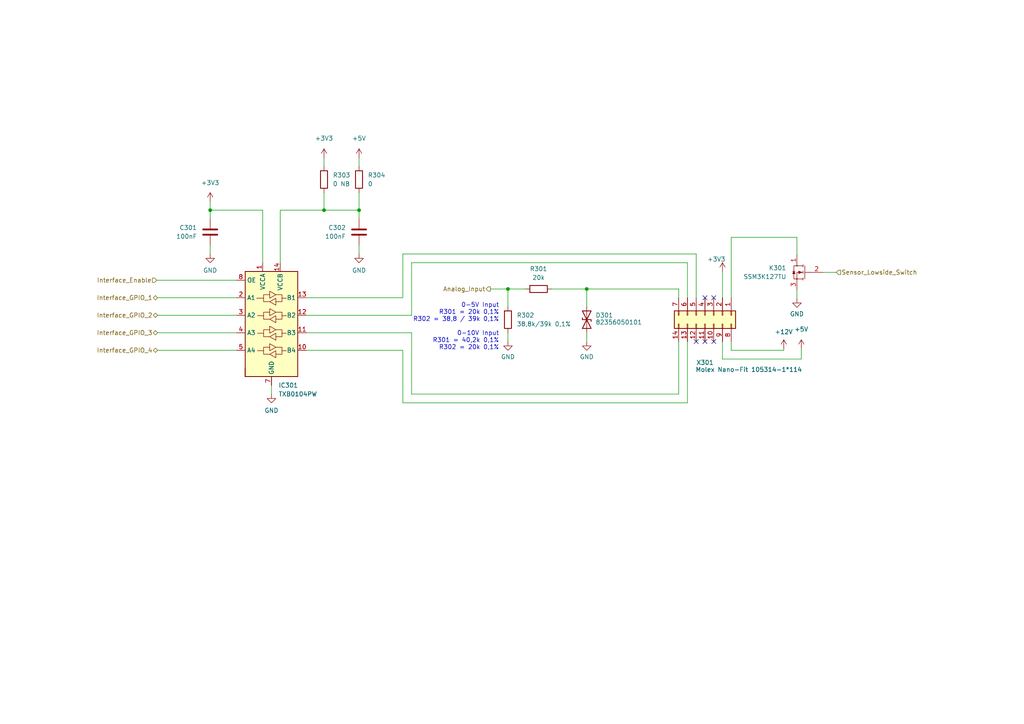
<source format=kicad_sch>
(kicad_sch (version 20211123) (generator eeschema)
  (paper "A4")
  (lib_symbols
    (symbol "Connector_Generic:Conn_02x07_Top_Bottom" (pin_names (offset 1.016) hide)
      (property "Reference" "J" (at 1.27 10.16 0))
      (property "Value" "Conn_02x07_Top_Bottom" (at 1.27 -10.16 0))
      (symbol "Conn_02x07_Top_Bottom_1_1"
        (rectangle (start -1.27 -7.493) (end 0 -7.747) (stroke (width 0.1524)))
        (rectangle (start -1.27 -4.953) (end 0 -5.207) (stroke (width 0.1524)))
        (rectangle (start -1.27 -2.413) (end 0 -2.667) (stroke (width 0.1524)))
        (rectangle (start -1.27 0.127) (end 0 -0.127) (stroke (width 0.1524)))
        (rectangle (start -1.27 2.667) (end 0 2.413) (stroke (width 0.1524)))
        (rectangle (start -1.27 5.207) (end 0 4.953) (stroke (width 0.1524)))
        (rectangle (start -1.27 7.747) (end 0 7.493) (stroke (width 0.1524)))
        (rectangle (start -1.27 8.89) (end 3.81 -8.89) (stroke (width 0.254)) (fill (type background)))
        (rectangle (start 3.81 -7.493) (end 2.54 -7.747) (stroke (width 0.1524)))
        (rectangle (start 3.81 -4.953) (end 2.54 -5.207) (stroke (width 0.1524)))
        (rectangle (start 3.81 -2.413) (end 2.54 -2.667) (stroke (width 0.1524)))
        (rectangle (start 3.81 0.127) (end 2.54 -0.127) (stroke (width 0.1524)))
        (rectangle (start 3.81 2.667) (end 2.54 2.413) (stroke (width 0.1524)))
        (rectangle (start 3.81 5.207) (end 2.54 4.953) (stroke (width 0.1524)))
        (rectangle (start 3.81 7.747) (end 2.54 7.493) (stroke (width 0.1524)))
        (pin passive line (at -5.08 7.62 0) (length 3.81) (name "Pin_1") (number "1"))
        (pin passive line (at 7.62 2.54 180) (length 3.81) (name "Pin_10") (number "10"))
        (pin passive line (at 7.62 0 180) (length 3.81) (name "Pin_11") (number "11"))
        (pin passive line (at 7.62 -2.54 180) (length 3.81) (name "Pin_12") (number "12"))
        (pin passive line (at 7.62 -5.08 180) (length 3.81) (name "Pin_13") (number "13"))
        (pin passive line (at 7.62 -7.62 180) (length 3.81) (name "Pin_14") (number "14"))
        (pin passive line (at -5.08 5.08 0) (length 3.81) (name "Pin_2") (number "2"))
        (pin passive line (at -5.08 2.54 0) (length 3.81) (name "Pin_3") (number "3"))
        (pin passive line (at -5.08 0 0) (length 3.81) (name "Pin_4") (number "4"))
        (pin passive line (at -5.08 -2.54 0) (length 3.81) (name "Pin_5") (number "5"))
        (pin passive line (at -5.08 -5.08 0) (length 3.81) (name "Pin_6") (number "6"))
        (pin passive line (at -5.08 -7.62 0) (length 3.81) (name "Pin_7") (number "7"))
        (pin passive line (at 7.62 7.62 180) (length 3.81) (name "Pin_8") (number "8"))
        (pin passive line (at 7.62 5.08 180) (length 3.81) (name "Pin_9") (number "9"))
      )
    )
    (symbol "Device:C" (pin_numbers hide) (pin_names (offset 0.254))
      (property "Reference" "C" (at 0.635 2.54 0))
      (property "Value" "C" (at 0.635 -2.54 0))
      (symbol "C_0_1"
        (polyline (pts (xy -2.032 -0.762) (xy 2.032 -0.762)) (stroke (width 0.508)))
        (polyline (pts (xy -2.032 0.762) (xy 2.032 0.762)) (stroke (width 0.508)))
      )
      (symbol "C_1_1"
        (pin passive line (at 0 3.81 270) (length 2.794) (name "~") (number "1"))
        (pin passive line (at 0 -3.81 90) (length 2.794) (name "~") (number "2"))
      )
    )
    (symbol "Device:D_TVS" (pin_numbers hide) (pin_names (offset 1.016) hide)
      (property "Reference" "D" (at 0 2.54 0))
      (property "Value" "D_TVS" (at 0 -2.54 0))
      (symbol "D_TVS_0_1"
        (polyline (pts (xy 1.27 0) (xy -1.27 0)))
        (polyline (pts (xy 0.508 1.27) (xy 0 1.27) (xy 0 -1.27) (xy -0.508 -1.27)) (stroke (width 0.254)))
        (polyline (pts (xy -2.54 1.27) (xy -2.54 -1.27) (xy 2.54 1.27) (xy 2.54 -1.27) (xy -2.54 1.27)) (stroke (width 0.254)))
      )
      (symbol "D_TVS_1_1"
        (pin passive line (at -3.81 0 0) (length 2.54) (name "A1") (number "1"))
        (pin passive line (at 3.81 0 180) (length 2.54) (name "A2") (number "2"))
      )
    )
    (symbol "Device:R" (pin_numbers hide) (pin_names (offset 0))
      (property "Reference" "R" (at 2.032 0 90))
      (property "Value" "R" (at 0 0 90))
      (symbol "R_0_1"
        (rectangle (start -1.016 -2.54) (end 1.016 2.54) (stroke (width 0.254)))
      )
      (symbol "R_1_1"
        (pin passive line (at 0 3.81 270) (length 1.27) (name "~") (number "1"))
        (pin passive line (at 0 -3.81 90) (length 1.27) (name "~") (number "2"))
      )
    )
    (symbol "HER_Symbole:NMOS_FET"
      (property "Reference" "K" (at 5.461 2.159 0))
      (property "Value" "NMOS_FET" (at 8.255 5.334 0))
      (symbol "NMOS_FET_0_1"
        (circle (center 0 -1.905) (radius 0.127))
        (polyline (pts (xy -3.81 0) (xy -2.286 0)))
        (polyline (pts (xy -2.286 -1.905) (xy -2.286 1.905)))
        (polyline (pts (xy -1.778 -1.524) (xy -1.778 -2.286)))
        (polyline (pts (xy -1.778 0.381) (xy -1.778 -0.381)))
        (polyline (pts (xy -1.778 1.905) (xy 0 1.905)))
        (polyline (pts (xy -1.778 2.286) (xy -1.778 1.524)))
        (polyline (pts (xy 0.508 -0.254) (xy 1.27 -0.254)))
        (polyline (pts (xy -1.778 0) (xy 0 0) (xy 0 2.032)))
        (polyline (pts (xy -1.397 0) (xy -0.508 0.381) (xy -0.508 -0.381) (xy -1.397 0)) (fill (type outline)))
        (polyline (pts (xy 0.889 -0.254) (xy 1.27 0.381) (xy 0.508 0.381) (xy 0.889 -0.254)) (fill (type outline)))
        (polyline (pts (xy -1.778 -1.905) (xy 0.254 -1.905) (xy 0.889 -1.905) (xy 0.889 1.905) (xy 0.254 1.905) (xy 0 1.905)))
        (circle (center 0 1.905) (radius 0.127))
      )
      (symbol "NMOS_FET_1_1"
        (pin passive line (at 0 -5.08 90) (length 3.048) (name "") (number "1"))
        (pin passive line (at -7.62 0 0) (length 3.81) (name "") (number "2"))
        (pin passive line (at 0 5.08 270) (length 3.048) (name "") (number "3"))
      )
    )
    (symbol "Logic_LevelTranslator:TXB0104PW"
      (property "Reference" "U" (at -6.35 16.51 0))
      (property "Value" "TXB0104PW" (at 3.81 16.51 0))
      (symbol "TXB0104PW_0_1"
        (rectangle (start -7.62 -15.24) (end -7.62 -12.7) (stroke (width 0.254)))
        (rectangle (start -7.62 15.24) (end 7.62 -15.24) (stroke (width 0.254)) (fill (type background)))
        (polyline (pts (xy -2.286 -7.747) (xy -2.286 -6.731) (xy -0.508 -6.731)))
        (polyline (pts (xy -2.286 -2.667) (xy -2.286 -1.651) (xy -0.508 -1.651)))
        (polyline (pts (xy -2.286 2.413) (xy -2.286 3.429) (xy -0.508 3.429)))
        (polyline (pts (xy -2.286 7.493) (xy -2.286 8.509) (xy -0.508 8.509)))
        (polyline (pts (xy 3.048 -7.747) (xy 3.048 -8.763) (xy 1.27 -8.763)))
        (polyline (pts (xy 3.048 -2.667) (xy 3.048 -3.683) (xy 1.27 -3.683)))
        (polyline (pts (xy 3.048 2.413) (xy 3.048 1.397) (xy 1.27 1.397)))
        (polyline (pts (xy 3.048 7.493) (xy 3.048 6.477) (xy 1.27 6.477)))
        (polyline (pts (xy -0.508 -8.763) (xy -2.286 -8.763) (xy -2.286 -7.747) (xy -4.064 -7.747)))
        (polyline (pts (xy -0.508 -8.763) (xy 1.27 -7.747) (xy 1.27 -9.779) (xy -0.508 -8.763)))
        (polyline (pts (xy -0.508 -3.683) (xy -2.286 -3.683) (xy -2.286 -2.667) (xy -4.064 -2.667)))
        (polyline (pts (xy -0.508 -3.683) (xy 1.27 -2.667) (xy 1.27 -4.699) (xy -0.508 -3.683)))
        (polyline (pts (xy -0.508 1.397) (xy -2.286 1.397) (xy -2.286 2.413) (xy -4.064 2.413)))
        (polyline (pts (xy -0.508 1.397) (xy 1.27 2.413) (xy 1.27 0.381) (xy -0.508 1.397)))
        (polyline (pts (xy -0.508 6.477) (xy -2.286 6.477) (xy -2.286 7.493) (xy -4.318 7.493)))
        (polyline (pts (xy -0.508 6.477) (xy 1.27 7.493) (xy 1.27 5.461) (xy -0.508 6.477)))
        (polyline (pts (xy 1.27 -6.731) (xy -0.508 -7.747) (xy -0.508 -5.715) (xy 1.27 -6.731)))
        (polyline (pts (xy 1.27 -6.731) (xy 3.048 -6.731) (xy 3.048 -7.747) (xy 4.318 -7.747)))
        (polyline (pts (xy 1.27 -1.651) (xy -0.508 -2.667) (xy -0.508 -0.635) (xy 1.27 -1.651)))
        (polyline (pts (xy 1.27 -1.651) (xy 3.048 -1.651) (xy 3.048 -2.667) (xy 4.318 -2.667)))
        (polyline (pts (xy 1.27 3.429) (xy -0.508 2.413) (xy -0.508 4.445) (xy 1.27 3.429)))
        (polyline (pts (xy 1.27 3.429) (xy 3.048 3.429) (xy 3.048 2.413) (xy 4.318 2.413)))
        (polyline (pts (xy 1.27 8.509) (xy -0.508 7.493) (xy -0.508 9.525) (xy 1.27 8.509)))
        (polyline (pts (xy 1.27 8.509) (xy 3.048 8.509) (xy 3.048 7.493) (xy 4.318 7.493)))
      )
      (symbol "TXB0104PW_1_1"
        (pin power_in line (at -2.54 17.78 270) (length 2.54) (name "VCCA") (number "1"))
        (pin bidirectional line (at 10.16 -7.62 180) (length 2.54) (name "B4") (number "10"))
        (pin bidirectional line (at 10.16 -2.54 180) (length 2.54) (name "B3") (number "11"))
        (pin bidirectional line (at 10.16 2.54 180) (length 2.54) (name "B2") (number "12"))
        (pin bidirectional line (at 10.16 7.62 180) (length 2.54) (name "B1") (number "13"))
        (pin power_in line (at 2.54 17.78 270) (length 2.54) (name "VCCB") (number "14"))
        (pin bidirectional line (at -10.16 7.62 0) (length 2.54) (name "A1") (number "2"))
        (pin bidirectional line (at -10.16 2.54 0) (length 2.54) (name "A2") (number "3"))
        (pin bidirectional line (at -10.16 -2.54 0) (length 2.54) (name "A3") (number "4"))
        (pin bidirectional line (at -10.16 -7.62 0) (length 2.54) (name "A4") (number "5"))
        (pin no_connect line (at -10.16 -12.7 0) (length 2.54) hide (name "NC") (number "6"))
        (pin power_in line (at 0 -17.78 90) (length 2.54) (name "GND") (number "7"))
        (pin input line (at -10.16 12.7 0) (length 2.54) (name "OE") (number "8"))
        (pin no_connect line (at 10.16 -12.7 180) (length 2.54) hide (name "NC") (number "9"))
      )
    )
    (symbol "power:+12V" (power) (pin_names (offset 0))
      (property "Value" "+12V" (at 0 3.556 0))
      (symbol "+12V_0_1"
        (polyline (pts (xy -0.762 1.27) (xy 0 2.54)))
        (polyline (pts (xy 0 0) (xy 0 2.54)))
        (polyline (pts (xy 0 2.54) (xy 0.762 1.27)))
      )
      (symbol "+12V_1_1"
        (pin power_in line (at 0 0 90) (length 0) hide (name "+12V") (number "1"))
      )
    )
    (symbol "power:+3.3V" (power) (pin_names (offset 0))
      (property "Value" "+3.3V" (at 0 3.556 0))
      (symbol "+3.3V_0_1"
        (polyline (pts (xy -0.762 1.27) (xy 0 2.54)))
        (polyline (pts (xy 0 0) (xy 0 2.54)))
        (polyline (pts (xy 0 2.54) (xy 0.762 1.27)))
      )
      (symbol "+3.3V_1_1"
        (pin power_in line (at 0 0 90) (length 0) hide (name "+3V3") (number "1"))
      )
    )
    (symbol "power:+3V3" (power) (pin_names (offset 0))
      (property "Value" "+3V3" (at 0 3.556 0))
      (symbol "+3V3_0_1"
        (polyline (pts (xy -0.762 1.27) (xy 0 2.54)))
        (polyline (pts (xy 0 0) (xy 0 2.54)))
        (polyline (pts (xy 0 2.54) (xy 0.762 1.27)))
      )
      (symbol "+3V3_1_1"
        (pin power_in line (at 0 0 90) (length 0) hide (name "+3V3") (number "1"))
      )
    )
    (symbol "power:+5V" (power) (pin_names (offset 0))
      (property "Value" "+5V" (at 0 3.556 0))
      (symbol "+5V_0_1"
        (polyline (pts (xy -0.762 1.27) (xy 0 2.54)))
        (polyline (pts (xy 0 0) (xy 0 2.54)))
        (polyline (pts (xy 0 2.54) (xy 0.762 1.27)))
      )
      (symbol "+5V_1_1"
        (pin power_in line (at 0 0 90) (length 0) hide (name "+5V") (number "1"))
      )
    )
    (symbol "power:GND" (power) (pin_names (offset 0))
      (property "Value" "GND" (at 0 -3.81 0))
      (symbol "GND_0_1"
        (polyline (pts (xy 0 0) (xy 0 -1.27) (xy 1.27 -1.27) (xy 0 -2.54) (xy -1.27 -1.27) (xy 0 -1.27)))
      )
      (symbol "GND_1_1"
        (pin power_in line (at 0 0 270) (length 0) hide (name "GND") (number "1"))
      )
    )
  )
  (junction (at 104.14 60.96))
  (junction (at 147.32 83.82))
  (junction (at 93.98 60.96))
  (junction (at 60.96 60.96))
  (junction (at 170.18 83.82))
  (no_connect (at 204.47 86.36))
  (no_connect (at 207.01 86.36))
  (no_connect (at 201.93 99.06))
  (no_connect (at 207.01 99.06))
  (no_connect (at 204.47 99.06))
  (wire (pts (xy 170.18 96.52) (xy 170.18 99.06)))
  (wire (pts (xy 119.38 96.52) (xy 119.38 114.3)))
  (wire (pts (xy 119.38 76.2) (xy 119.38 91.44)))
  (wire (pts (xy 212.09 101.6) (xy 227.33 101.6)))
  (wire (pts (xy 76.2 60.96) (xy 76.2 76.2)))
  (wire (pts (xy 231.14 68.834) (xy 231.14 73.914)))
  (wire (pts (xy 60.96 60.96) (xy 60.96 63.5)))
  (wire (pts (xy 238.76 78.994) (xy 242.57 78.994)))
  (wire (pts (xy 88.9 96.52) (xy 119.38 96.52)))
  (wire (pts (xy 227.33 101.6) (xy 227.33 101.092)))
  (wire (pts (xy 199.39 76.2) (xy 119.38 76.2)))
  (wire (pts (xy 104.14 55.88) (xy 104.14 60.96)))
  (wire (pts (xy 60.96 73.66) (xy 60.96 71.12)))
  (wire (pts (xy 116.84 116.84) (xy 199.39 116.84)))
  (wire (pts (xy 196.85 83.82) (xy 196.85 86.36)))
  (wire (pts (xy 45.466 81.28) (xy 68.58 81.28)))
  (wire (pts (xy 60.96 58.42) (xy 60.96 60.96)))
  (wire (pts (xy 93.98 45.72) (xy 93.98 48.26)))
  (wire (pts (xy 116.84 101.6) (xy 116.84 116.84)))
  (wire (pts (xy 104.14 60.96) (xy 104.14 63.5)))
  (wire (pts (xy 170.18 83.82) (xy 170.18 88.9)))
  (wire (pts (xy 45.72 101.6) (xy 68.58 101.6)))
  (wire (pts (xy 116.84 73.66) (xy 201.93 73.66)))
  (wire (pts (xy 116.84 86.36) (xy 116.84 73.66)))
  (wire (pts (xy 45.72 96.52) (xy 68.58 96.52)))
  (wire (pts (xy 88.9 101.6) (xy 116.84 101.6)))
  (wire (pts (xy 60.96 60.96) (xy 76.2 60.96)))
  (wire (pts (xy 147.32 96.52) (xy 147.32 99.06)))
  (wire (pts (xy 81.28 60.96) (xy 81.28 76.2)))
  (wire (pts (xy 232.41 104.14) (xy 209.55 104.14)))
  (wire (pts (xy 88.9 91.44) (xy 119.38 91.44)))
  (wire (pts (xy 170.18 83.82) (xy 196.85 83.82)))
  (wire (pts (xy 93.98 55.88) (xy 93.98 60.96)))
  (wire (pts (xy 104.14 71.12) (xy 104.14 73.66)))
  (wire (pts (xy 209.55 104.14) (xy 209.55 99.06)))
  (wire (pts (xy 45.72 86.36) (xy 68.58 86.36)))
  (wire (pts (xy 199.39 86.36) (xy 199.39 76.2)))
  (wire (pts (xy 232.41 104.14) (xy 232.41 101.092)))
  (wire (pts (xy 104.14 45.72) (xy 104.14 48.26)))
  (wire (pts (xy 212.09 68.834) (xy 212.09 86.36)))
  (wire (pts (xy 142.24 83.82) (xy 147.32 83.82)))
  (wire (pts (xy 196.85 99.06) (xy 196.85 114.3)))
  (wire (pts (xy 147.32 83.82) (xy 147.32 88.9)))
  (wire (pts (xy 147.32 83.82) (xy 152.4 83.82)))
  (wire (pts (xy 199.39 116.84) (xy 199.39 99.06)))
  (wire (pts (xy 231.14 84.074) (xy 231.14 86.614)))
  (wire (pts (xy 201.93 73.66) (xy 201.93 86.36)))
  (wire (pts (xy 93.98 60.96) (xy 104.14 60.96)))
  (wire (pts (xy 88.9 86.36) (xy 116.84 86.36)))
  (wire (pts (xy 81.28 60.96) (xy 93.98 60.96)))
  (wire (pts (xy 209.55 86.36) (xy 209.55 78.74)))
  (wire (pts (xy 212.09 68.834) (xy 231.14 68.834)))
  (wire (pts (xy 78.74 111.76) (xy 78.74 114.3)))
  (wire (pts (xy 119.38 114.3) (xy 196.85 114.3)))
  (wire (pts (xy 160.02 83.82) (xy 170.18 83.82)))
  (wire (pts (xy 212.09 99.06) (xy 212.09 101.6)))
  (wire (pts (xy 45.72 91.44) (xy 68.58 91.44)))
  (text "0-5V Input\nR301 = 20k 0,1%\nR302 = 38,8 / 39k 0,1%\n\n0-10V Input\nR301 = 40,2k 0,1%\nR302 = 20k 0,1%\n" (at 144.78 101.6 0) (effects (font (size 1.27 1.27)) (justify right bottom)))
  (hierarchical_label "Interface_GPIO_3" (shape bidirectional) (at 45.72 96.52 180))
  (hierarchical_label "Sensor_Lowside_Switch" (shape input) (at 242.57 78.994 0))
  (hierarchical_label "Interface_GPIO_1" (shape bidirectional) (at 45.72 86.36 180))
  (hierarchical_label "Interface_GPIO_4" (shape bidirectional) (at 45.72 101.6 180))
  (hierarchical_label "Analog_Input" (shape output) (at 142.24 83.82 180))
  (hierarchical_label "Interface_Enable" (shape input) (at 45.466 81.28 180))
  (hierarchical_label "Interface_GPIO_2" (shape bidirectional) (at 45.72 91.44 180))
  (symbol (lib_id "Device:R") (at 147.32 92.71 180) (unit 1)
    (property "Reference" "R302" (at 149.86 91.4399 0) (effects (justify right)))
    (property "Value" "38,8k/39k 0,1%" (at 149.86 93.9799 0) (effects (justify right)))
    (property "Footprint" "Resistor_SMD:R_0603_1608Metric_Pad0.98x0.95mm_HandSolder" (effects hide))
  )
  (symbol (lib_id "HER_Symbole:NMOS_FET") (at 231.14 78.994 180) (unit 1)
    (property "Reference" "K301" (at 228.092 77.7239 0) (effects (justify left)))
    (property "Value" "SSM3K127TU" (at 228.092 80.2639 0) (effects (justify left)))
    (property "Footprint" "Package_TO_SOT_SMD:SOT-23" (effects hide))
  )
  (symbol (lib_id "power:GND") (at 147.32 99.06 0) (mirror y) (unit 1)
    (property "Reference" "#PWR0106" (effects hide))
    (property "Value" "GND" (at 147.32 103.505 0))
  )
  (symbol (lib_id "power:+3.3V") (at 60.96 58.42 0) (mirror y) (unit 1)
    (property "Reference" "#PWR0110" (effects hide))
    (property "Value" "+3.3V" (at 60.96 53.0225 0))
  )
  (symbol (lib_id "power:GND") (at 170.18 99.06 0) (mirror y) (unit 1)
    (property "Reference" "#PWR0112" (effects hide))
    (property "Value" "GND" (at 170.18 103.505 0))
  )
  (symbol (lib_id "Device:R") (at 93.98 52.07 0) (unit 1)
    (property "Reference" "R303" (at 96.52 50.7999 0) (effects (justify left)))
    (property "Value" "0 NB" (at 96.52 53.3399 0) (effects (justify left)))
    (property "Footprint" "Resistor_SMD:R_0603_1608Metric_Pad0.98x0.95mm_HandSolder" (effects hide))
  )
  (symbol (lib_id "Device:R") (at 104.14 52.07 0) (unit 1)
    (property "Reference" "R304" (at 106.68 50.7999 0) (effects (justify left)))
    (property "Value" "0" (at 106.68 53.3399 0) (effects (justify left)))
    (property "Footprint" "Resistor_SMD:R_0603_1608Metric_Pad0.98x0.95mm_HandSolder" (effects hide))
  )
  (symbol (lib_id "power:GND") (at 231.14 86.614 0) (unit 1)
    (property "Reference" "#PWR0101" (effects hide))
    (property "Value" "GND" (at 231.14 91.059 0))
  )
  (symbol (lib_id "Device:C") (at 104.14 67.31 0) (mirror y) (unit 1)
    (property "Reference" "C302" (at 100.33 66.0399 0) (effects (justify left)))
    (property "Value" "100nF" (at 100.33 68.5799 0) (effects (justify left)))
    (property "Footprint" "Capacitor_SMD:C_0603_1608Metric_Pad1.08x0.95mm_HandSolder" (effects hide))
  )
  (symbol (lib_id "Device:D_TVS") (at 170.18 92.71 90) (unit 1)
    (property "Reference" "D301" (at 172.72 91.4399 90) (effects (justify right)))
    (property "Value" "82356050101" (at 172.72 93.472 90) (effects (justify right)))
    (property "Footprint" "Diode_SMD:D_0603_1608Metric" (effects hide))
  )
  (symbol (lib_id "power:GND") (at 104.14 73.66 0) (mirror y) (unit 1)
    (property "Reference" "#PWR0109" (effects hide))
    (property "Value" "GND" (at 104.14 78.4225 0))
  )
  (symbol (lib_id "power:GND") (at 78.74 114.3 0) (mirror y) (unit 1)
    (property "Reference" "#PWR0105" (effects hide))
    (property "Value" "GND" (at 78.74 119.0625 0))
  )
  (symbol (lib_id "power:+12V") (at 227.33 101.092 0) (unit 1)
    (property "Reference" "#PWR0102" (effects hide))
    (property "Value" "+12V" (at 227.33 96.266 0))
  )
  (symbol (lib_id "power:+3V3") (at 209.55 78.74 0) (unit 1)
    (property "Reference" "#PWR0104" (effects hide))
    (property "Value" "+3V3" (at 207.772 75.184 0))
  )
  (symbol (lib_id "Device:R") (at 156.21 83.82 90) (unit 1)
    (property "Reference" "R301" (at 156.21 77.978 90))
    (property "Value" "20k" (at 156.21 80.518 90))
    (property "Footprint" "Resistor_SMD:R_0603_1608Metric_Pad0.98x0.95mm_HandSolder" (effects hide))
  )
  (symbol (lib_id "Logic_LevelTranslator:TXB0104PW") (at 78.74 93.98 0) (unit 1)
    (property "Reference" "IC301" (at 80.7594 111.76 0) (effects (justify left)))
    (property "Value" "TXB0104PW" (at 80.7594 114.3 0) (effects (justify left)))
    (property "Footprint" "Package_SO:TSSOP-14_4.4x5mm_P0.65mm" (effects hide))
    (property "Datasheet" "http://www.ti.com/lit/ds/symlink/txb0104.pdf" (effects hide))
  )
  (symbol (lib_id "power:+5V") (at 104.14 45.72 0) (unit 1)
    (property "Reference" "#PWR0107" (effects hide))
    (property "Value" "+5V" (at 104.14 40.132 0))
  )
  (symbol (lib_id "power:GND") (at 60.96 73.66 0) (mirror y) (unit 1)
    (property "Reference" "#PWR0111" (effects hide))
    (property "Value" "GND" (at 60.96 78.4225 0))
  )
  (symbol (lib_id "Connector_Generic:Conn_02x07_Top_Bottom") (at 204.47 91.44 270) (unit 1)
    (property "Reference" "X301" (at 207.01 105.156 90) (effects (justify right)))
    (property "Value" "Molex Nano-Fit 105314-1*114" (at 232.664 107.188 90) (effects (justify right)))
    (property "Footprint" "Connector_Molex:Molex_Nano-Fit_105314-xx14_2x07_P2.50mm_Horizontal" (effects hide))
  )
  (symbol (lib_id "power:+3V3") (at 93.98 45.72 0) (unit 1)
    (property "Reference" "#PWR0108" (effects hide))
    (property "Value" "+3V3" (at 93.98 40.132 0))
  )
  (symbol (lib_id "power:+5V") (at 232.41 101.092 0) (unit 1)
    (property "Reference" "#PWR0103" (effects hide))
    (property "Value" "+5V" (at 232.41 95.504 0))
  )
  (symbol (lib_id "Device:C") (at 60.96 67.31 0) (mirror y) (unit 1)
    (property "Reference" "C301" (at 57.15 66.0399 0) (effects (justify left)))
    (property "Value" "100nF" (at 57.15 68.5799 0) (effects (justify left)))
    (property "Footprint" "Capacitor_SMD:C_0603_1608Metric_Pad1.08x0.95mm_HandSolder" (effects hide))
  )
)
</source>
